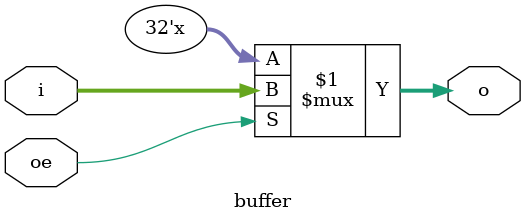
<source format=v>

module buffer #(parameter width = 32)(
input  [width-1:0] i,
input  oe,
output [width-1:0] o
);

assign o = oe ? i : 'bZ;

endmodule
////////////////////////////////////////////////////////////////////////////////

</source>
